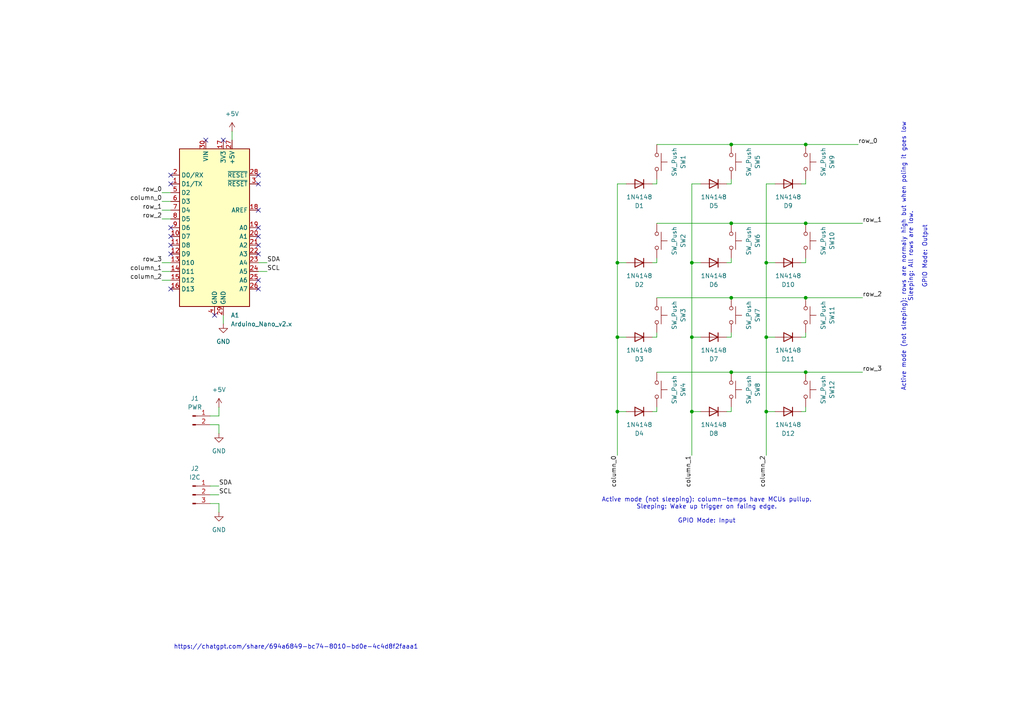
<source format=kicad_sch>
(kicad_sch (version 20250114) (generator "eeschema") (generator_version "9.0")
  (paper "A4")
  (title_block (title "T9 Keyboard for TESLA meshtastic") (rev "V1") (company "Tomas Kuchta"))
  (lib_symbols
    (symbol "Connector:Conn_01x02_Pin" (pin_names (offset 1.016) (hide yes))
      (property "Reference" "J" (at 0 2.54 0))
      (property "Value" "Conn_01x02_Pin" (at 0 -5.08 0))
      (symbol "Conn_01x02_Pin_1_1"
        (rectangle (start 0.8636 0.127) (end 0 -0.127) (stroke (width 0.1524)) (fill (type outline)))
        (rectangle (start 0.8636 -2.413) (end 0 -2.667) (stroke (width 0.1524)) (fill (type outline)))
        (polyline (pts (xy 1.27 0) (xy 0.8636 0)) (stroke (width 0.1524)))
        (polyline (pts (xy 1.27 -2.54) (xy 0.8636 -2.54)) (stroke (width 0.1524)))
        (pin passive line (at 5.08 0 180) (length 3.81) (name "Pin_1") (number "1"))
        (pin passive line (at 5.08 -2.54 180) (length 3.81) (name "Pin_2") (number "2"))
      )
    )
    (symbol "Connector:Conn_01x03_Pin" (pin_names (offset 1.016) (hide yes))
      (property "Reference" "J" (at 0 5.08 0))
      (property "Value" "Conn_01x03_Pin" (at 0 -5.08 0))
      (symbol "Conn_01x03_Pin_1_1"
        (rectangle (start 0.8636 2.667) (end 0 2.413) (stroke (width 0.1524)) (fill (type outline)))
        (rectangle (start 0.8636 0.127) (end 0 -0.127) (stroke (width 0.1524)) (fill (type outline)))
        (rectangle (start 0.8636 -2.413) (end 0 -2.667) (stroke (width 0.1524)) (fill (type outline)))
        (polyline (pts (xy 1.27 2.54) (xy 0.8636 2.54)) (stroke (width 0.1524)))
        (polyline (pts (xy 1.27 0) (xy 0.8636 0)) (stroke (width 0.1524)))
        (polyline (pts (xy 1.27 -2.54) (xy 0.8636 -2.54)) (stroke (width 0.1524)))
        (pin passive line (at 5.08 2.54 180) (length 3.81) (name "Pin_1") (number "1"))
        (pin passive line (at 5.08 0 180) (length 3.81) (name "Pin_2") (number "2"))
        (pin passive line (at 5.08 -2.54 180) (length 3.81) (name "Pin_3") (number "3"))
      )
    )
    (symbol "Diode:1N4148WS" (pin_numbers (hide yes)) (pin_names (hide yes))
      (property "Reference" "D" (at 0 2.54 0))
      (property "Value" "1N4148WS" (at 0 -2.54 0))
      (symbol "1N4148WS_0_1"
        (polyline (pts (xy -1.27 1.27) (xy -1.27 -1.27)) (stroke (width 0.254)))
        (polyline (pts (xy 1.27 1.27) (xy 1.27 -1.27) (xy -1.27 0) (xy 1.27 1.27)) (stroke (width 0.254)))
        (polyline (pts (xy 1.27 0) (xy -1.27 0)))
      )
      (symbol "1N4148WS_1_1"
        (pin passive line (at -3.81 0 0) (length 2.54) (name "K") (number "1"))
        (pin passive line (at 3.81 0 180) (length 2.54) (name "A") (number "2"))
      )
    )
    (symbol "MCU_Module:Arduino_Nano_v2.x"
      (property "Reference" "A" (at -10.16 23.495 0))
      (property "Value" "Arduino_Nano_v2.x" (at 5.08 -24.13 0))
      (symbol "Arduino_Nano_v2.x_0_1"
        (rectangle (start -10.16 22.86) (end 10.16 -22.86) (stroke (width 0.254)) (fill (type background)))
      )
      (symbol "Arduino_Nano_v2.x_1_1"
        (pin bidirectional line (at -12.7 15.24 0) (length 2.54) (name "D0/RX") (number "2"))
        (pin bidirectional line (at -12.7 12.7 0) (length 2.54) (name "D1/TX") (number "1"))
        (pin bidirectional line (at -12.7 10.16 0) (length 2.54) (name "D2") (number "5"))
        (pin bidirectional line (at -12.7 7.62 0) (length 2.54) (name "D3") (number "6"))
        (pin bidirectional line (at -12.7 5.08 0) (length 2.54) (name "D4") (number "7"))
        (pin bidirectional line (at -12.7 2.54 0) (length 2.54) (name "D5") (number "8"))
        (pin bidirectional line (at -12.7 0 0) (length 2.54) (name "D6") (number "9"))
        (pin bidirectional line (at -12.7 -2.54 0) (length 2.54) (name "D7") (number "10"))
        (pin bidirectional line (at -12.7 -5.08 0) (length 2.54) (name "D8") (number "11"))
        (pin bidirectional line (at -12.7 -7.62 0) (length 2.54) (name "D9") (number "12"))
        (pin bidirectional line (at -12.7 -10.16 0) (length 2.54) (name "D10") (number "13"))
        (pin bidirectional line (at -12.7 -12.7 0) (length 2.54) (name "D11") (number "14"))
        (pin bidirectional line (at -12.7 -15.24 0) (length 2.54) (name "D12") (number "15"))
        (pin bidirectional line (at -12.7 -17.78 0) (length 2.54) (name "D13") (number "16"))
        (pin power_in line (at -2.54 25.4 270) (length 2.54) (name "VIN") (number "30"))
        (pin power_in line (at 0 -25.4 90) (length 2.54) (name "GND") (number "4"))
        (pin power_out line (at 2.54 25.4 270) (length 2.54) (name "3V3") (number "17"))
        (pin power_in line (at 2.54 -25.4 90) (length 2.54) (name "GND") (number "29"))
        (pin power_out line (at 5.08 25.4 270) (length 2.54) (name "+5V") (number "27"))
        (pin input line (at 12.7 15.24 180) (length 2.54) (name "~{RESET}") (number "28"))
        (pin input line (at 12.7 12.7 180) (length 2.54) (name "~{RESET}") (number "3"))
        (pin input line (at 12.7 5.08 180) (length 2.54) (name "AREF") (number "18"))
        (pin bidirectional line (at 12.7 0 180) (length 2.54) (name "A0") (number "19"))
        (pin bidirectional line (at 12.7 -2.54 180) (length 2.54) (name "A1") (number "20"))
        (pin bidirectional line (at 12.7 -5.08 180) (length 2.54) (name "A2") (number "21"))
        (pin bidirectional line (at 12.7 -7.62 180) (length 2.54) (name "A3") (number "22"))
        (pin bidirectional line (at 12.7 -10.16 180) (length 2.54) (name "A4") (number "23"))
        (pin bidirectional line (at 12.7 -12.7 180) (length 2.54) (name "A5") (number "24"))
        (pin bidirectional line (at 12.7 -15.24 180) (length 2.54) (name "A6") (number "25"))
        (pin bidirectional line (at 12.7 -17.78 180) (length 2.54) (name "A7") (number "26"))
      )
    )
    (symbol "Switch:SW_Push" (pin_numbers (hide yes)) (pin_names (offset 1.016) (hide yes))
      (property "Reference" "SW" (at 1.27 2.54 0))
      (property "Value" "SW_Push" (at 0 -1.524 0))
      (symbol "SW_Push_0_1"
        (circle (center -2.032 0) (radius 0.508))
        (polyline (pts (xy 0 1.27) (xy 0 3.048)))
        (circle (center 2.032 0) (radius 0.508))
        (polyline (pts (xy 2.54 1.27) (xy -2.54 1.27)))
        (pin passive line (at -5.08 0 0) (length 2.54) (name "1") (number "1"))
        (pin passive line (at 5.08 0 180) (length 2.54) (name "2") (number "2"))
      )
    )
    (symbol "power:+5V" (power) (pin_numbers (hide yes)) (pin_names (offset 0) (hide yes))
      (property "Value" "+5V" (at 0 3.556 0))
      (symbol "+5V_0_1"
        (polyline (pts (xy -0.762 1.27) (xy 0 2.54)))
        (polyline (pts (xy 0 2.54) (xy 0.762 1.27)))
        (polyline (pts (xy 0 0) (xy 0 2.54)))
      )
      (symbol "+5V_1_1"
        (pin power_in line (at 0 0 90) (length 0) (name "~") (number "1"))
      )
    )
    (symbol "power:GND" (power) (pin_numbers (hide yes)) (pin_names (offset 0) (hide yes))
      (property "Value" "GND" (at 0 -3.81 0))
      (symbol "GND_0_1"
        (polyline (pts (xy 0 0) (xy 0 -1.27) (xy 1.27 -1.27) (xy 0 -2.54) (xy -1.27 -1.27) (xy 0 -1.27)))
      )
      (symbol "GND_1_1"
        (pin power_in line (at 0 0 270) (length 0) (name "~") (number "1"))
      )
    )
  )
  (text "https://chatgpt.com/share/694a6849-bc74-8010-bd0e-4c4d8f2faaa1" (at 85.852 187.706 0) (effects (font (size 1.27 1.27))))
  (text "Active mode (not sleeping): rows are normaly high but when poling it goes low\nSleeping: All rows are low.\n\nGPIO Mode: Output" (at 265.176 74.422 90) (effects (font (size 1.27 1.27))))
  (text "Active mode (not sleeping): column-temps have MCUs pullup.\nSleeping: Wake up trigger on faling edge.\n\nGPIO Mode: Input" (at 204.978 148.082 0) (effects (font (size 1.27 1.27))))
  (junction (at 200.66 76.2))
  (junction (at 212.09 41.91))
  (junction (at 200.66 97.79))
  (junction (at 222.25 97.79))
  (junction (at 212.09 64.77))
  (junction (at 212.09 107.95))
  (junction (at 200.66 119.38))
  (junction (at 233.68 41.91))
  (junction (at 212.09 86.36))
  (junction (at 233.68 64.77))
  (junction (at 222.25 119.38))
  (junction (at 179.07 76.2))
  (junction (at 233.68 86.36))
  (junction (at 179.07 119.38))
  (junction (at 222.25 76.2))
  (junction (at 179.07 97.79))
  (junction (at 233.68 107.95))
  (no_connect (at 64.77 40.64))
  (no_connect (at 74.93 60.96))
  (no_connect (at 74.93 71.12))
  (no_connect (at 49.53 83.82))
  (no_connect (at 49.53 66.04))
  (no_connect (at 74.93 73.66))
  (no_connect (at 49.53 71.12))
  (no_connect (at 74.93 81.28))
  (no_connect (at 62.23 91.44))
  (no_connect (at 74.93 66.04))
  (no_connect (at 49.53 73.66))
  (no_connect (at 49.53 68.58))
  (no_connect (at 49.53 53.34))
  (no_connect (at 74.93 83.82))
  (no_connect (at 74.93 53.34))
  (no_connect (at 59.69 40.64))
  (no_connect (at 49.53 50.8))
  (no_connect (at 74.93 68.58))
  (no_connect (at 74.93 50.8))
  (wire (pts (xy 212.09 118.11) (xy 212.09 119.38)))
  (wire (pts (xy 233.68 107.95) (xy 212.09 107.95)))
  (wire (pts (xy 203.2 76.2) (xy 200.66 76.2)))
  (wire (pts (xy 233.68 52.07) (xy 233.68 53.34)))
  (wire (pts (xy 224.79 76.2) (xy 222.25 76.2)))
  (wire (pts (xy 233.68 86.36) (xy 212.09 86.36)))
  (wire (pts (xy 179.07 119.38) (xy 179.07 132.08)))
  (wire (pts (xy 222.25 53.34) (xy 222.25 76.2)))
  (wire (pts (xy 46.99 60.96) (xy 49.53 60.96)))
  (wire (pts (xy 60.96 140.97) (xy 63.5 140.97)))
  (wire (pts (xy 224.79 97.79) (xy 222.25 97.79)))
  (wire (pts (xy 203.2 119.38) (xy 200.66 119.38)))
  (wire (pts (xy 233.68 119.38) (xy 232.41 119.38)))
  (wire (pts (xy 63.5 123.19) (xy 63.5 125.73)))
  (wire (pts (xy 46.99 58.42) (xy 49.53 58.42)))
  (wire (pts (xy 190.5 52.07) (xy 190.5 53.34)))
  (wire (pts (xy 222.25 97.79) (xy 222.25 119.38)))
  (wire (pts (xy 233.68 41.91) (xy 212.09 41.91)))
  (wire (pts (xy 190.5 96.52) (xy 190.5 97.79)))
  (wire (pts (xy 212.09 76.2) (xy 210.82 76.2)))
  (wire (pts (xy 190.5 74.93) (xy 190.5 76.2)))
  (wire (pts (xy 46.99 81.28) (xy 49.53 81.28)))
  (wire (pts (xy 212.09 41.91) (xy 190.5 41.91)))
  (wire (pts (xy 77.47 78.74) (xy 74.93 78.74)))
  (wire (pts (xy 233.68 96.52) (xy 233.68 97.79)))
  (wire (pts (xy 250.19 64.77) (xy 233.68 64.77)))
  (wire (pts (xy 46.99 63.5) (xy 49.53 63.5)))
  (wire (pts (xy 46.99 78.74) (xy 49.53 78.74)))
  (wire (pts (xy 190.5 97.79) (xy 189.23 97.79)))
  (wire (pts (xy 181.61 119.38) (xy 179.07 119.38)))
  (wire (pts (xy 179.07 76.2) (xy 179.07 97.79)))
  (wire (pts (xy 60.96 123.19) (xy 63.5 123.19)))
  (wire (pts (xy 181.61 76.2) (xy 179.07 76.2)))
  (wire (pts (xy 190.5 76.2) (xy 189.23 76.2)))
  (wire (pts (xy 203.2 53.34) (xy 200.66 53.34)))
  (wire (pts (xy 212.09 107.95) (xy 190.5 107.95)))
  (wire (pts (xy 46.99 55.88) (xy 49.53 55.88)))
  (wire (pts (xy 248.92 41.91) (xy 233.68 41.91)))
  (wire (pts (xy 190.5 53.34) (xy 189.23 53.34)))
  (wire (pts (xy 233.68 118.11) (xy 233.68 119.38)))
  (wire (pts (xy 212.09 86.36) (xy 190.5 86.36)))
  (wire (pts (xy 203.2 97.79) (xy 200.66 97.79)))
  (wire (pts (xy 64.77 91.44) (xy 64.77 93.98)))
  (wire (pts (xy 212.09 74.93) (xy 212.09 76.2)))
  (wire (pts (xy 77.47 76.2) (xy 74.93 76.2)))
  (wire (pts (xy 222.25 76.2) (xy 222.25 97.79)))
  (wire (pts (xy 222.25 119.38) (xy 222.25 132.08)))
  (wire (pts (xy 250.19 86.36) (xy 233.68 86.36)))
  (wire (pts (xy 212.09 119.38) (xy 210.82 119.38)))
  (wire (pts (xy 181.61 53.34) (xy 179.07 53.34)))
  (wire (pts (xy 60.96 143.51) (xy 63.5 143.51)))
  (wire (pts (xy 233.68 74.93) (xy 233.68 76.2)))
  (wire (pts (xy 233.68 64.77) (xy 212.09 64.77)))
  (wire (pts (xy 212.09 52.07) (xy 212.09 53.34)))
  (wire (pts (xy 179.07 97.79) (xy 179.07 119.38)))
  (wire (pts (xy 63.5 146.05) (xy 63.5 148.59)))
  (wire (pts (xy 250.19 107.95) (xy 233.68 107.95)))
  (wire (pts (xy 233.68 97.79) (xy 232.41 97.79)))
  (wire (pts (xy 224.79 53.34) (xy 222.25 53.34)))
  (wire (pts (xy 63.5 118.11) (xy 63.5 120.65)))
  (wire (pts (xy 190.5 119.38) (xy 189.23 119.38)))
  (wire (pts (xy 212.09 96.52) (xy 212.09 97.79)))
  (wire (pts (xy 212.09 64.77) (xy 190.5 64.77)))
  (wire (pts (xy 179.07 53.34) (xy 179.07 76.2)))
  (wire (pts (xy 233.68 76.2) (xy 232.41 76.2)))
  (wire (pts (xy 212.09 97.79) (xy 210.82 97.79)))
  (wire (pts (xy 200.66 76.2) (xy 200.66 97.79)))
  (wire (pts (xy 200.66 53.34) (xy 200.66 76.2)))
  (wire (pts (xy 200.66 119.38) (xy 200.66 132.08)))
  (wire (pts (xy 200.66 97.79) (xy 200.66 119.38)))
  (wire (pts (xy 67.31 38.1) (xy 67.31 40.64)))
  (wire (pts (xy 181.61 97.79) (xy 179.07 97.79)))
  (wire (pts (xy 190.5 118.11) (xy 190.5 119.38)))
  (wire (pts (xy 60.96 120.65) (xy 63.5 120.65)))
  (wire (pts (xy 60.96 146.05) (xy 63.5 146.05)))
  (wire (pts (xy 212.09 53.34) (xy 210.82 53.34)))
  (wire (pts (xy 46.99 76.2) (xy 49.53 76.2)))
  (wire (pts (xy 224.79 119.38) (xy 222.25 119.38)))
  (wire (pts (xy 233.68 53.34) (xy 232.41 53.34)))
  (label "column_2" (at 46.99 81.28 180))
  (label "row_2" (at 250.19 86.36 0))
  (label "column_1" (at 46.99 78.74 180))
  (label "column_0" (at 46.99 58.42 180))
  (label "SDA" (at 63.5 140.97 0))
  (label "row_1" (at 46.99 60.96 180))
  (label "row_3" (at 46.99 76.2 180))
  (label "column_2" (at 222.25 132.08 270))
  (label "row_3" (at 250.19 107.95 0))
  (label "row_0" (at 46.99 55.88 180))
  (label "row_0" (at 248.92 41.91 0))
  (label "SCL" (at 77.47 78.74 0))
  (label "row_1" (at 250.19 64.77 0))
  (label "column_0" (at 179.07 132.08 270))
  (label "column_1" (at 200.66 132.08 270))
  (label "row_2" (at 46.99 63.5 180))
  (label "SDA" (at 77.47 76.2 0))
  (label "SCL" (at 63.5 143.51 0))
  (symbol (lib_id "Connector:Conn_01x02_Pin") (at 55.88 120.65 0) (unit 1)
    (property "Reference" "J1" (at 56.515 115.57 0))
    (property "Value" "PWR" (at 56.515 118.11 0))
    (property "Footprint" "Connector_PinSocket_2.54mm:PinSocket_1x02_P2.54mm_Vertical" (effects (hide yes)))
    (property "Description" "Generic connector, single row, 01x02, script generated" (effects (hide yes)))
  )
  (symbol (lib_id "Switch:SW_Push") (at 190.5 91.44 270) (unit 1)
    (property "Reference" "SW3" (at 198.12 91.44 0))
    (property "Value" "SW_Push" (at 195.58 91.44 0))
    (property "Footprint" "TESLA:TESLA-3 FK 573 00" (effects (hide yes)))
    (property "Description" "Push button switch, generic, two pins" (effects (hide yes)))
    (property "LCSC" "C318884" (effects (hide yes)))
  )
  (symbol (lib_id "power:+5V") (at 67.31 38.1 0) (unit 1)
    (property "Reference" "#PWR02" (effects (hide yes)))
    (property "Value" "+5V" (at 67.31 33.02 0))
    (property "Description" "Power symbol creates a global label with name \"+5V\"" (effects (hide yes)))
  )
  (symbol (lib_id "MCU_Module:Arduino_Nano_v2.x") (at 62.23 66.04 0) (unit 1)
    (property "Reference" "A1" (at 66.9133 91.44 0) (effects (justify left)))
    (property "Value" "Arduino_Nano_v2.x" (at 66.9133 93.98 0) (effects (justify left)))
    (property "Footprint" "Module:Arduino_Nano" (effects (hide yes)))
    (property "Datasheet" "https://www.arduino.cc/en/uploads/Main/ArduinoNanoManual23.pdf" (effects (hide yes)))
    (property "Description" "Arduino Nano v2.x" (effects (hide yes)))
  )
  (symbol (lib_id "Diode:1N4148WS") (at 207.01 76.2 0) (mirror y) (unit 1)
    (property "Reference" "D6" (at 207.01 82.55 0))
    (property "Value" "1N4148" (at 207.01 80.01 0))
    (property "Footprint" "Diode_THT:D_DO-35_SOD27_P7.62mm_Horizontal" (effects (hide yes)))
    (property "Datasheet" "https://www.vishay.com/docs/85751/1n4148ws.pdf" (effects (hide yes)))
    (property "Description" "75V 0.15A Fast switching Diode, SOD-323" (effects (hide yes)))
    (property "Sim.Device" "D" (effects (hide yes)))
    (property "Sim.Pins" "1=K 2=A" (effects (hide yes)))
    (property "LCSC" "C60580" (effects (hide yes)))
  )
  (symbol (lib_id "Switch:SW_Push") (at 190.5 69.85 270) (unit 1)
    (property "Reference" "SW2" (at 198.12 69.85 0))
    (property "Value" "SW_Push" (at 195.58 69.85 0))
    (property "Footprint" "TESLA:TESLA-3 FK 573 00" (effects (hide yes)))
    (property "Description" "Push button switch, generic, two pins" (effects (hide yes)))
    (property "LCSC" "C318884" (effects (hide yes)))
  )
  (symbol (lib_id "Switch:SW_Push") (at 233.68 113.03 270) (unit 1)
    (property "Reference" "SW12" (at 241.3 113.03 0))
    (property "Value" "SW_Push" (at 238.76 113.03 0))
    (property "Footprint" "TESLA:TESLA-3 FK 573 00" (effects (hide yes)))
    (property "Description" "Push button switch, generic, two pins" (effects (hide yes)))
    (property "LCSC" "C318884" (effects (hide yes)))
  )
  (symbol (lib_id "power:GND") (at 63.5 125.73 0) (unit 1)
    (property "Reference" "#PWR04" (effects (hide yes)))
    (property "Value" "GND" (at 63.5 130.81 0))
    (property "Description" "Power symbol creates a global label with name \"GND\" , ground" (effects (hide yes)))
  )
  (symbol (lib_id "Diode:1N4148WS") (at 207.01 53.34 0) (mirror y) (unit 1)
    (property "Reference" "D5" (at 207.01 59.69 0))
    (property "Value" "1N4148" (at 207.01 57.15 0))
    (property "Footprint" "Diode_THT:D_DO-35_SOD27_P7.62mm_Horizontal" (effects (hide yes)))
    (property "Datasheet" "https://www.vishay.com/docs/85751/1n4148ws.pdf" (effects (hide yes)))
    (property "Description" "75V 0.15A Fast switching Diode, SOD-323" (effects (hide yes)))
    (property "Sim.Device" "D" (effects (hide yes)))
    (property "Sim.Pins" "1=K 2=A" (effects (hide yes)))
    (property "LCSC" "C60580" (effects (hide yes)))
  )
  (symbol (lib_id "Switch:SW_Push") (at 190.5 113.03 270) (unit 1)
    (property "Reference" "SW4" (at 198.12 113.03 0))
    (property "Value" "SW_Push" (at 195.58 113.03 0))
    (property "Footprint" "TESLA:TESLA-3 FK 573 00" (effects (hide yes)))
    (property "Description" "Push button switch, generic, two pins" (effects (hide yes)))
    (property "LCSC" "C318884" (effects (hide yes)))
  )
  (symbol (lib_id "Diode:1N4148WS") (at 228.6 119.38 0) (mirror y) (unit 1)
    (property "Reference" "D12" (at 228.6 125.73 0))
    (property "Value" "1N4148" (at 228.6 123.19 0))
    (property "Footprint" "Diode_THT:D_DO-35_SOD27_P7.62mm_Horizontal" (effects (hide yes)))
    (property "Datasheet" "https://www.vishay.com/docs/85751/1n4148ws.pdf" (effects (hide yes)))
    (property "Description" "75V 0.15A Fast switching Diode, SOD-323" (effects (hide yes)))
    (property "Sim.Device" "D" (effects (hide yes)))
    (property "Sim.Pins" "1=K 2=A" (effects (hide yes)))
    (property "LCSC" "C60580" (effects (hide yes)))
  )
  (symbol (lib_id "Switch:SW_Push") (at 212.09 91.44 270) (unit 1)
    (property "Reference" "SW7" (at 219.71 91.44 0))
    (property "Value" "SW_Push" (at 217.17 91.44 0))
    (property "Footprint" "TESLA:TESLA-3 FK 573 00" (effects (hide yes)))
    (property "Description" "Push button switch, generic, two pins" (effects (hide yes)))
    (property "LCSC" "C318884" (effects (hide yes)))
  )
  (symbol (lib_id "Switch:SW_Push") (at 233.68 91.44 270) (unit 1)
    (property "Reference" "SW11" (at 241.3 91.44 0))
    (property "Value" "SW_Push" (at 238.76 91.44 0))
    (property "Footprint" "TESLA:TESLA-3 FK 573 00" (effects (hide yes)))
    (property "Description" "Push button switch, generic, two pins" (effects (hide yes)))
    (property "LCSC" "C318884" (effects (hide yes)))
  )
  (symbol (lib_id "Switch:SW_Push") (at 233.68 46.99 270) (unit 1)
    (property "Reference" "SW9" (at 241.3 46.99 0))
    (property "Value" "SW_Push" (at 238.76 46.99 0))
    (property "Footprint" "TESLA:TESLA-3 FK 573 00" (effects (hide yes)))
    (property "Description" "Push button switch, generic, two pins" (effects (hide yes)))
    (property "LCSC" "C318884" (effects (hide yes)))
  )
  (symbol (lib_id "Connector:Conn_01x03_Pin") (at 55.88 143.51 0) (unit 1)
    (property "Reference" "J2" (at 56.515 135.89 0))
    (property "Value" "I2C" (at 56.515 138.43 0))
    (property "Footprint" "Connector_PinSocket_2.54mm:PinSocket_1x03_P2.54mm_Vertical" (effects (hide yes)))
    (property "Description" "Generic connector, single row, 01x03, script generated" (effects (hide yes)))
  )
  (symbol (lib_id "Diode:1N4148WS") (at 185.42 97.79 0) (mirror y) (unit 1)
    (property "Reference" "D3" (at 185.42 104.14 0))
    (property "Value" "1N4148" (at 185.42 101.6 0))
    (property "Footprint" "Diode_THT:D_DO-35_SOD27_P7.62mm_Horizontal" (effects (hide yes)))
    (property "Datasheet" "https://www.vishay.com/docs/85751/1n4148ws.pdf" (effects (hide yes)))
    (property "Description" "75V 0.15A Fast switching Diode, SOD-323" (effects (hide yes)))
    (property "Sim.Device" "D" (effects (hide yes)))
    (property "Sim.Pins" "1=K 2=A" (effects (hide yes)))
    (property "LCSC" "C60580" (effects (hide yes)))
  )
  (symbol (lib_id "Diode:1N4148WS") (at 185.42 119.38 0) (mirror y) (unit 1)
    (property "Reference" "D4" (at 185.42 125.73 0))
    (property "Value" "1N4148" (at 185.42 123.19 0))
    (property "Footprint" "Diode_THT:D_DO-35_SOD27_P7.62mm_Horizontal" (effects (hide yes)))
    (property "Datasheet" "https://www.vishay.com/docs/85751/1n4148ws.pdf" (effects (hide yes)))
    (property "Description" "75V 0.15A Fast switching Diode, SOD-323" (effects (hide yes)))
    (property "Sim.Device" "D" (effects (hide yes)))
    (property "Sim.Pins" "1=K 2=A" (effects (hide yes)))
    (property "LCSC" "C60580" (effects (hide yes)))
  )
  (symbol (lib_id "Switch:SW_Push") (at 233.68 69.85 270) (unit 1)
    (property "Reference" "SW10" (at 241.3 69.85 0))
    (property "Value" "SW_Push" (at 238.76 69.85 0))
    (property "Footprint" "TESLA:TESLA-3 FK 573 00" (effects (hide yes)))
    (property "Description" "Push button switch, generic, two pins" (effects (hide yes)))
    (property "LCSC" "C318884" (effects (hide yes)))
  )
  (symbol (lib_id "Diode:1N4148WS") (at 207.01 119.38 0) (mirror y) (unit 1)
    (property "Reference" "D8" (at 207.01 125.73 0))
    (property "Value" "1N4148" (at 207.01 123.19 0))
    (property "Footprint" "Diode_THT:D_DO-35_SOD27_P7.62mm_Horizontal" (effects (hide yes)))
    (property "Datasheet" "https://www.vishay.com/docs/85751/1n4148ws.pdf" (effects (hide yes)))
    (property "Description" "75V 0.15A Fast switching Diode, SOD-323" (effects (hide yes)))
    (property "Sim.Device" "D" (effects (hide yes)))
    (property "Sim.Pins" "1=K 2=A" (effects (hide yes)))
    (property "LCSC" "C60580" (effects (hide yes)))
  )
  (symbol (lib_id "Diode:1N4148WS") (at 228.6 76.2 0) (mirror y) (unit 1)
    (property "Reference" "D10" (at 228.6 82.55 0))
    (property "Value" "1N4148" (at 228.6 80.01 0))
    (property "Footprint" "Diode_THT:D_DO-35_SOD27_P7.62mm_Horizontal" (effects (hide yes)))
    (property "Datasheet" "https://www.vishay.com/docs/85751/1n4148ws.pdf" (effects (hide yes)))
    (property "Description" "75V 0.15A Fast switching Diode, SOD-323" (effects (hide yes)))
    (property "Sim.Device" "D" (effects (hide yes)))
    (property "Sim.Pins" "1=K 2=A" (effects (hide yes)))
    (property "LCSC" "C60580" (effects (hide yes)))
  )
  (symbol (lib_id "Switch:SW_Push") (at 212.09 46.99 270) (unit 1)
    (property "Reference" "SW5" (at 219.71 46.99 0))
    (property "Value" "SW_Push" (at 217.17 46.99 0))
    (property "Footprint" "TESLA:TESLA-3 FK 573 00" (effects (hide yes)))
    (property "Description" "Push button switch, generic, two pins" (effects (hide yes)))
    (property "LCSC" "C318884" (effects (hide yes)))
  )
  (symbol (lib_id "Diode:1N4148WS") (at 228.6 53.34 0) (mirror y) (unit 1)
    (property "Reference" "D9" (at 228.6 59.69 0))
    (property "Value" "1N4148" (at 228.6 57.15 0))
    (property "Footprint" "Diode_THT:D_DO-35_SOD27_P7.62mm_Horizontal" (effects (hide yes)))
    (property "Datasheet" "https://www.vishay.com/docs/85751/1n4148ws.pdf" (effects (hide yes)))
    (property "Description" "75V 0.15A Fast switching Diode, SOD-323" (effects (hide yes)))
    (property "Sim.Device" "D" (effects (hide yes)))
    (property "Sim.Pins" "1=K 2=A" (effects (hide yes)))
    (property "LCSC" "C60580" (effects (hide yes)))
  )
  (symbol (lib_id "Switch:SW_Push") (at 190.5 46.99 270) (unit 1)
    (property "Reference" "SW1" (at 198.12 46.99 0))
    (property "Value" "SW_Push" (at 195.58 46.99 0))
    (property "Footprint" "TESLA:TESLA-3 FK 573 00" (effects (hide yes)))
    (property "Description" "Push button switch, generic, two pins" (effects (hide yes)))
    (property "LCSC" "C318884" (effects (hide yes)))
  )
  (symbol (lib_id "Diode:1N4148WS") (at 207.01 97.79 0) (mirror y) (unit 1)
    (property "Reference" "D7" (at 207.01 104.14 0))
    (property "Value" "1N4148" (at 207.01 101.6 0))
    (property "Footprint" "Diode_THT:D_DO-35_SOD27_P7.62mm_Horizontal" (effects (hide yes)))
    (property "Datasheet" "https://www.vishay.com/docs/85751/1n4148ws.pdf" (effects (hide yes)))
    (property "Description" "75V 0.15A Fast switching Diode, SOD-323" (effects (hide yes)))
    (property "Sim.Device" "D" (effects (hide yes)))
    (property "Sim.Pins" "1=K 2=A" (effects (hide yes)))
    (property "LCSC" "C60580" (effects (hide yes)))
  )
  (symbol (lib_id "Diode:1N4148WS") (at 228.6 97.79 0) (mirror y) (unit 1)
    (property "Reference" "D11" (at 228.6 104.14 0))
    (property "Value" "1N4148" (at 228.6 101.6 0))
    (property "Footprint" "Diode_THT:D_DO-35_SOD27_P7.62mm_Horizontal" (effects (hide yes)))
    (property "Datasheet" "https://www.vishay.com/docs/85751/1n4148ws.pdf" (effects (hide yes)))
    (property "Description" "75V 0.15A Fast switching Diode, SOD-323" (effects (hide yes)))
    (property "Sim.Device" "D" (effects (hide yes)))
    (property "Sim.Pins" "1=K 2=A" (effects (hide yes)))
    (property "LCSC" "C60580" (effects (hide yes)))
  )
  (symbol (lib_id "power:GND") (at 63.5 148.59 0) (unit 1)
    (property "Reference" "#PWR05" (effects (hide yes)))
    (property "Value" "GND" (at 63.5 153.67 0))
    (property "Description" "Power symbol creates a global label with name \"GND\" , ground" (effects (hide yes)))
  )
  (symbol (lib_id "Switch:SW_Push") (at 212.09 113.03 270) (unit 1)
    (property "Reference" "SW8" (at 219.71 113.03 0))
    (property "Value" "SW_Push" (at 217.17 113.03 0))
    (property "Footprint" "TESLA:TESLA-3 FK 573 00" (effects (hide yes)))
    (property "Description" "Push button switch, generic, two pins" (effects (hide yes)))
    (property "LCSC" "C318884" (effects (hide yes)))
  )
  (symbol (lib_id "power:GND") (at 64.77 93.98 0) (unit 1)
    (property "Reference" "#PWR01" (effects (hide yes)))
    (property "Value" "GND" (at 64.77 99.06 0))
    (property "Description" "Power symbol creates a global label with name \"GND\" , ground" (effects (hide yes)))
  )
  (symbol (lib_id "Diode:1N4148WS") (at 185.42 76.2 0) (mirror y) (unit 1)
    (property "Reference" "D2" (at 185.42 82.55 0))
    (property "Value" "1N4148" (at 185.42 80.01 0))
    (property "Footprint" "Diode_THT:D_DO-35_SOD27_P7.62mm_Horizontal" (effects (hide yes)))
    (property "Datasheet" "https://www.vishay.com/docs/85751/1n4148ws.pdf" (effects (hide yes)))
    (property "Description" "75V 0.15A Fast switching Diode, SOD-323" (effects (hide yes)))
    (property "Sim.Device" "D" (effects (hide yes)))
    (property "Sim.Pins" "1=K 2=A" (effects (hide yes)))
    (property "LCSC" "C60580" (effects (hide yes)))
  )
  (symbol (lib_id "Switch:SW_Push") (at 212.09 69.85 270) (unit 1)
    (property "Reference" "SW6" (at 219.71 69.85 0))
    (property "Value" "SW_Push" (at 217.17 69.85 0))
    (property "Footprint" "TESLA:TESLA-3 FK 573 00" (effects (hide yes)))
    (property "Description" "Push button switch, generic, two pins" (effects (hide yes)))
    (property "LCSC" "C318884" (effects (hide yes)))
  )
  (symbol (lib_id "power:+5V") (at 63.5 118.11 0) (unit 1)
    (property "Reference" "#PWR03" (effects (hide yes)))
    (property "Value" "+5V" (at 63.5 113.03 0))
    (property "Description" "Power symbol creates a global label with name \"+5V\"" (effects (hide yes)))
  )
  (symbol (lib_id "Diode:1N4148WS") (at 185.42 53.34 0) (mirror y) (unit 1)
    (property "Reference" "D1" (at 185.42 59.69 0))
    (property "Value" "1N4148" (at 185.42 57.15 0))
    (property "Footprint" "Diode_THT:D_DO-35_SOD27_P7.62mm_Horizontal" (effects (hide yes)))
    (property "Datasheet" "https://www.vishay.com/docs/85751/1n4148ws.pdf" (effects (hide yes)))
    (property "Description" "75V 0.15A Fast switching Diode, SOD-323" (effects (hide yes)))
    (property "Sim.Device" "D" (effects (hide yes)))
    (property "Sim.Pins" "1=K 2=A" (effects (hide yes)))
    (property "LCSC" "C60580" (effects (hide yes)))
  )
)
</source>
